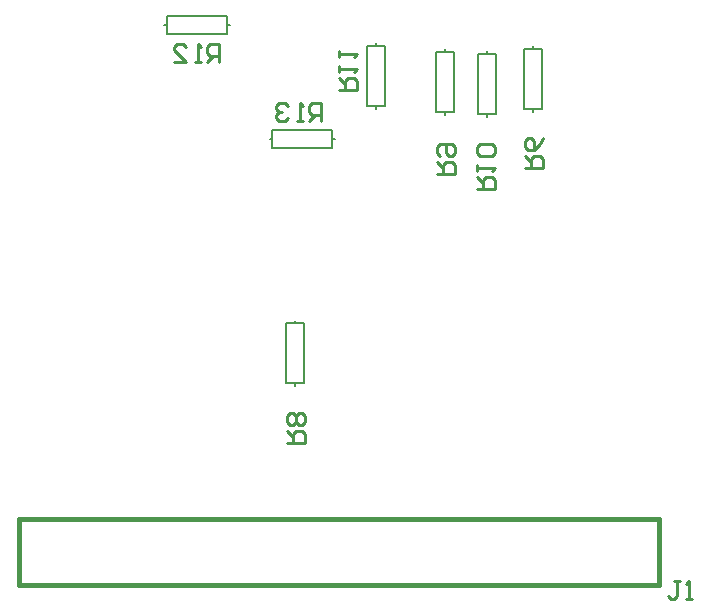
<source format=gbr>
G04 Layer_Color=32896*
%FSLAX44Y44*%
%MOMM*%
%TF.FileFunction,Legend,Bot*%
%TF.Part,Single*%
G01*
G75*
%TA.AperFunction,NonConductor*%
%ADD10C,0.4000*%
%ADD11C,0.2000*%
%ADD12C,0.2540*%
D10*
X566900Y840100D02*
X1108900D01*
Y784100D02*
Y840100D01*
X566900Y784100D02*
X1108900D01*
X566900D02*
Y819100D01*
Y806450D02*
Y840100D01*
D11*
X778764Y1162050D02*
X781050D01*
X831850D02*
X834136D01*
X781050Y1154430D02*
Y1162050D01*
Y1154430D02*
X831850D01*
Y1169670D01*
X781050D02*
X831850D01*
X781050Y1162050D02*
Y1169670D01*
X962750Y1180814D02*
Y1183100D01*
Y1233900D02*
Y1236186D01*
Y1183100D02*
X970370D01*
Y1233900D01*
X955130D02*
X970370D01*
X955130Y1183100D02*
Y1233900D01*
Y1183100D02*
X962750D01*
X800000Y952814D02*
Y955100D01*
Y1005900D02*
Y1008186D01*
Y955100D02*
X807620D01*
Y1005900D01*
X792380D02*
X807620D01*
X792380Y955100D02*
Y1005900D01*
Y955100D02*
X800000D01*
X927750Y1182564D02*
Y1184850D01*
Y1235650D02*
Y1237936D01*
Y1184850D02*
X935370D01*
Y1235650D01*
X920130D02*
X935370D01*
X920130Y1184850D02*
Y1235650D01*
Y1184850D02*
X927750D01*
X689814Y1258750D02*
X692100D01*
X742900D02*
X745186D01*
X692100Y1251130D02*
Y1258750D01*
Y1251130D02*
X742900D01*
Y1266370D01*
X692100D02*
X742900D01*
X692100Y1258750D02*
Y1266370D01*
X869000Y1187814D02*
Y1190100D01*
Y1240900D02*
Y1243186D01*
Y1190100D02*
X876620D01*
Y1240900D01*
X861380D02*
X876620D01*
X861380Y1190100D02*
Y1240900D01*
Y1190100D02*
X869000D01*
X1002250Y1185314D02*
Y1187600D01*
Y1238400D02*
Y1240686D01*
Y1187600D02*
X1009870D01*
Y1238400D01*
X994630D02*
X1009870D01*
X994630Y1187600D02*
Y1238400D01*
Y1187600D02*
X1002250D01*
D12*
X837790Y1203290D02*
X853025D01*
Y1210908D01*
X850486Y1213447D01*
X845407D01*
X842868Y1210908D01*
Y1203290D01*
Y1208368D02*
X837790Y1213447D01*
Y1218525D02*
Y1223603D01*
Y1221064D01*
X853025D01*
X850486Y1218525D01*
X837790Y1231221D02*
Y1236299D01*
Y1233760D01*
X853025D01*
X850486Y1231221D01*
X822250Y1177000D02*
Y1192235D01*
X814632D01*
X812093Y1189696D01*
Y1184617D01*
X814632Y1182078D01*
X822250D01*
X817172D02*
X812093Y1177000D01*
X807015D02*
X801937D01*
X804476D01*
Y1192235D01*
X807015Y1189696D01*
X794319D02*
X791780Y1192235D01*
X786702D01*
X784162Y1189696D01*
Y1187157D01*
X786702Y1184617D01*
X789241D01*
X786702D01*
X784162Y1182078D01*
Y1179539D01*
X786702Y1177000D01*
X791780D01*
X794319Y1179539D01*
X736000Y1227000D02*
Y1242235D01*
X728382D01*
X725843Y1239696D01*
Y1234617D01*
X728382Y1232078D01*
X736000D01*
X730922D02*
X725843Y1227000D01*
X720765D02*
X715687D01*
X718226D01*
Y1242235D01*
X720765Y1239696D01*
X697912Y1227000D02*
X708069D01*
X697912Y1237157D01*
Y1239696D01*
X700452Y1242235D01*
X705530D01*
X708069Y1239696D01*
X954250Y1120000D02*
X969485D01*
Y1127617D01*
X966946Y1130157D01*
X961868D01*
X959328Y1127617D01*
Y1120000D01*
Y1125078D02*
X954250Y1130157D01*
Y1135235D02*
Y1140313D01*
Y1137774D01*
X969485D01*
X966946Y1135235D01*
Y1147931D02*
X969485Y1150470D01*
Y1155548D01*
X966946Y1158088D01*
X956789D01*
X954250Y1155548D01*
Y1150470D01*
X956789Y1147931D01*
X966946D01*
X920500Y1132750D02*
X935735D01*
Y1140368D01*
X933196Y1142907D01*
X928118D01*
X925578Y1140368D01*
Y1132750D01*
Y1137828D02*
X920500Y1142907D01*
X923039Y1147985D02*
X920500Y1150524D01*
Y1155603D01*
X923039Y1158142D01*
X933196D01*
X935735Y1155603D01*
Y1150524D01*
X933196Y1147985D01*
X930657D01*
X928118Y1150524D01*
Y1158142D01*
X793650Y904300D02*
X808885D01*
Y911917D01*
X806346Y914457D01*
X801267D01*
X798728Y911917D01*
Y904300D01*
Y909378D02*
X793650Y914457D01*
X806346Y919535D02*
X808885Y922074D01*
Y927153D01*
X806346Y929692D01*
X803807D01*
X801267Y927153D01*
X798728Y929692D01*
X796189D01*
X793650Y927153D01*
Y922074D01*
X796189Y919535D01*
X798728D01*
X801267Y922074D01*
X803807Y919535D01*
X806346D01*
X801267Y922074D02*
Y927153D01*
X995000Y1137750D02*
X1010235D01*
Y1145368D01*
X1007696Y1147907D01*
X1002617D01*
X1000078Y1145368D01*
Y1137750D01*
Y1142828D02*
X995000Y1147907D01*
X1010235Y1163142D02*
X1007696Y1158063D01*
X1002617Y1152985D01*
X997539D01*
X995000Y1155524D01*
Y1160603D01*
X997539Y1163142D01*
X1000078D01*
X1002617Y1160603D01*
Y1152985D01*
X1126407Y787985D02*
X1121328D01*
X1123867D01*
Y775289D01*
X1121328Y772750D01*
X1118789D01*
X1116250Y775289D01*
X1131485Y772750D02*
X1136563D01*
X1134024D01*
Y787985D01*
X1131485Y785446D01*
%TF.MD5,6C40665875A874771F7BBFAA4AC624AC*%
M02*

</source>
